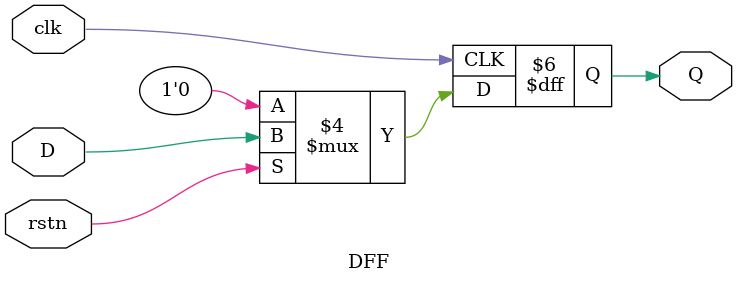
<source format=v>
`timescale 1ns / 1ps


module DFF(
input D, rstn, clk,
output reg Q);

always @(posedge clk)
    if(!rstn)
        Q<=0;
    else
        Q<=D; 
    
endmodule

</source>
